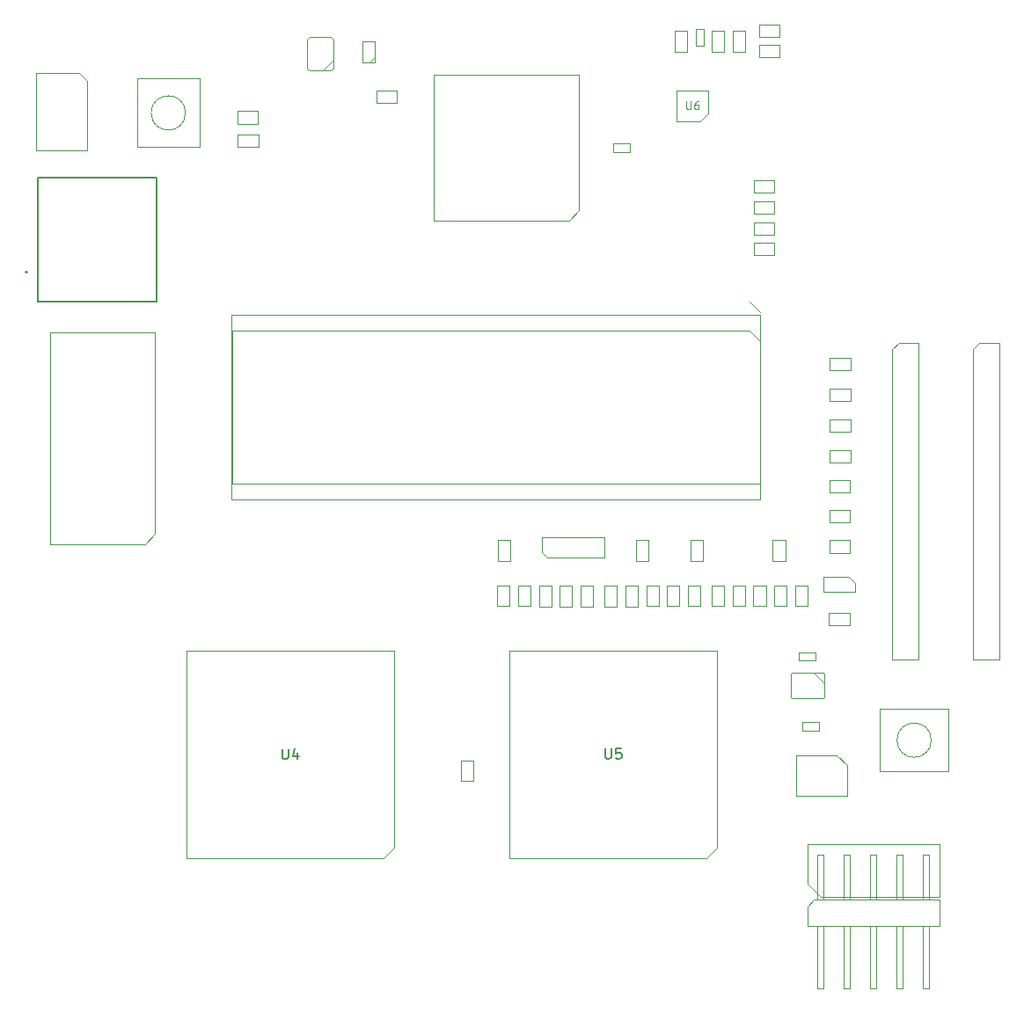
<source format=gbr>
G04 #@! TF.GenerationSoftware,KiCad,Pcbnew,(5.1.2-1)-1*
G04 #@! TF.CreationDate,2020-09-17T21:50:52+01:00*
G04 #@! TF.ProjectId,tranZPUter-SW-700_v1_2,7472616e-5a50-4557-9465-722d53572d37,rev?*
G04 #@! TF.SameCoordinates,Original*
G04 #@! TF.FileFunction,Other,Fab,Top*
%FSLAX46Y46*%
G04 Gerber Fmt 4.6, Leading zero omitted, Abs format (unit mm)*
G04 Created by KiCad (PCBNEW (5.1.2-1)-1) date 2020-09-17 21:50:52*
%MOMM*%
%LPD*%
G04 APERTURE LIST*
%ADD10C,0.100000*%
%ADD11C,0.200000*%
%ADD12C,0.127000*%
%ADD13C,0.120000*%
%ADD14C,0.110000*%
%ADD15C,0.150000*%
G04 APERTURE END LIST*
D10*
X177230000Y-103310000D02*
X179230000Y-103310000D01*
X177230000Y-104510000D02*
X177230000Y-103310000D01*
X179230000Y-104510000D02*
X177230000Y-104510000D01*
X179230000Y-103310000D02*
X179230000Y-104510000D01*
X153310000Y-102700000D02*
X153310000Y-100700000D01*
X154510000Y-102700000D02*
X153310000Y-102700000D01*
X154510000Y-100700000D02*
X154510000Y-102700000D01*
X153310000Y-100700000D02*
X154510000Y-100700000D01*
X163640000Y-102690000D02*
X163640000Y-100690000D01*
X164840000Y-102690000D02*
X163640000Y-102690000D01*
X164840000Y-100690000D02*
X164840000Y-102690000D01*
X163640000Y-100690000D02*
X164840000Y-100690000D01*
X173950000Y-102690000D02*
X173950000Y-100690000D01*
X175150000Y-102690000D02*
X173950000Y-102690000D01*
X175150000Y-100690000D02*
X175150000Y-102690000D01*
X173950000Y-100690000D02*
X175150000Y-100690000D01*
X179310000Y-82940000D02*
X177310000Y-82940000D01*
X179310000Y-81740000D02*
X179310000Y-82940000D01*
X177310000Y-81740000D02*
X179310000Y-81740000D01*
X177310000Y-82940000D02*
X177310000Y-81740000D01*
X179260000Y-97540000D02*
X177260000Y-97540000D01*
X179260000Y-96340000D02*
X179260000Y-97540000D01*
X177260000Y-96340000D02*
X179260000Y-96340000D01*
X177260000Y-97540000D02*
X177260000Y-96340000D01*
X177280000Y-90520000D02*
X179280000Y-90520000D01*
X177280000Y-91720000D02*
X177280000Y-90520000D01*
X179280000Y-91720000D02*
X177280000Y-91720000D01*
X179280000Y-90520000D02*
X179280000Y-91720000D01*
X179260000Y-94630000D02*
X177260000Y-94630000D01*
X179260000Y-93430000D02*
X179260000Y-94630000D01*
X177260000Y-93430000D02*
X179260000Y-93430000D01*
X177260000Y-94630000D02*
X177260000Y-93430000D01*
X158640000Y-98330000D02*
X158640000Y-96330000D01*
X159840000Y-98330000D02*
X158640000Y-98330000D01*
X159840000Y-96330000D02*
X159840000Y-98330000D01*
X158640000Y-96330000D02*
X159840000Y-96330000D01*
X171830000Y-98310000D02*
X171830000Y-96310000D01*
X173030000Y-98310000D02*
X171830000Y-98310000D01*
X173030000Y-96310000D02*
X173030000Y-98310000D01*
X171830000Y-96310000D02*
X173030000Y-96310000D01*
X145390000Y-98310000D02*
X145390000Y-96310000D01*
X146590000Y-98310000D02*
X145390000Y-98310000D01*
X146590000Y-96310000D02*
X146590000Y-98310000D01*
X145390000Y-96310000D02*
X146590000Y-96310000D01*
X163900000Y-98340000D02*
X163900000Y-96340000D01*
X165100000Y-98340000D02*
X163900000Y-98340000D01*
X165100000Y-96340000D02*
X165100000Y-98340000D01*
X163900000Y-96340000D02*
X165100000Y-96340000D01*
X177300000Y-78760000D02*
X179300000Y-78760000D01*
X177300000Y-79960000D02*
X177300000Y-78760000D01*
X179300000Y-79960000D02*
X177300000Y-79960000D01*
X179300000Y-78760000D02*
X179300000Y-79960000D01*
X177300000Y-87690000D02*
X179300000Y-87690000D01*
X177300000Y-88890000D02*
X177300000Y-87690000D01*
X179300000Y-88890000D02*
X177300000Y-88890000D01*
X179300000Y-87690000D02*
X179300000Y-88890000D01*
X177300000Y-84700000D02*
X179300000Y-84700000D01*
X177300000Y-85900000D02*
X177300000Y-84700000D01*
X179300000Y-85900000D02*
X177300000Y-85900000D01*
X179300000Y-84700000D02*
X179300000Y-85900000D01*
X145310000Y-102690000D02*
X145310000Y-100690000D01*
X146510000Y-102690000D02*
X145310000Y-102690000D01*
X146510000Y-100690000D02*
X146510000Y-102690000D01*
X145310000Y-100690000D02*
X146510000Y-100690000D01*
X147310000Y-102690000D02*
X147310000Y-100690000D01*
X148510000Y-102690000D02*
X147310000Y-102690000D01*
X148510000Y-100690000D02*
X148510000Y-102690000D01*
X147310000Y-100690000D02*
X148510000Y-100690000D01*
X149320000Y-102700000D02*
X149320000Y-100700000D01*
X150520000Y-102700000D02*
X149320000Y-102700000D01*
X150520000Y-100700000D02*
X150520000Y-102700000D01*
X149320000Y-100700000D02*
X150520000Y-100700000D01*
X151310000Y-102700000D02*
X151310000Y-100700000D01*
X152510000Y-102700000D02*
X151310000Y-102700000D01*
X152510000Y-100700000D02*
X152510000Y-102700000D01*
X151310000Y-100700000D02*
X152510000Y-100700000D01*
X155640000Y-102700000D02*
X155640000Y-100700000D01*
X156840000Y-102700000D02*
X155640000Y-102700000D01*
X156840000Y-100700000D02*
X156840000Y-102700000D01*
X155640000Y-100700000D02*
X156840000Y-100700000D01*
X157640000Y-102700000D02*
X157640000Y-100700000D01*
X158840000Y-102700000D02*
X157640000Y-102700000D01*
X158840000Y-100700000D02*
X158840000Y-102700000D01*
X157640000Y-100700000D02*
X158840000Y-100700000D01*
X159640000Y-102690000D02*
X159640000Y-100690000D01*
X160840000Y-102690000D02*
X159640000Y-102690000D01*
X160840000Y-100690000D02*
X160840000Y-102690000D01*
X159640000Y-100690000D02*
X160840000Y-100690000D01*
X161640000Y-102690000D02*
X161640000Y-100690000D01*
X162840000Y-102690000D02*
X161640000Y-102690000D01*
X162840000Y-100690000D02*
X162840000Y-102690000D01*
X161640000Y-100690000D02*
X162840000Y-100690000D01*
X165960000Y-102680000D02*
X165960000Y-100680000D01*
X167160000Y-102680000D02*
X165960000Y-102680000D01*
X167160000Y-100680000D02*
X167160000Y-102680000D01*
X165960000Y-100680000D02*
X167160000Y-100680000D01*
X167960000Y-102690000D02*
X167960000Y-100690000D01*
X169160000Y-102690000D02*
X167960000Y-102690000D01*
X169160000Y-100690000D02*
X169160000Y-102690000D01*
X167960000Y-100690000D02*
X169160000Y-100690000D01*
X169960000Y-102690000D02*
X169960000Y-100690000D01*
X171160000Y-102690000D02*
X169960000Y-102690000D01*
X171160000Y-100690000D02*
X171160000Y-102690000D01*
X169960000Y-100690000D02*
X171160000Y-100690000D01*
X171950000Y-102680000D02*
X171950000Y-100680000D01*
X173150000Y-102680000D02*
X171950000Y-102680000D01*
X173150000Y-100680000D02*
X173150000Y-102680000D01*
X171950000Y-100680000D02*
X173150000Y-100680000D01*
X135670000Y-54240000D02*
X133670000Y-54240000D01*
X135670000Y-53040000D02*
X135670000Y-54240000D01*
X133670000Y-53040000D02*
X135670000Y-53040000D01*
X133670000Y-54240000D02*
X133670000Y-53040000D01*
X176700000Y-99860000D02*
X176700000Y-101260000D01*
X179740000Y-101260000D02*
X176700000Y-101260000D01*
X179170000Y-99860000D02*
X179740000Y-100410000D01*
X179740000Y-100410000D02*
X179740000Y-101260000D01*
X179170000Y-99860000D02*
X176720000Y-99860000D01*
X150090000Y-98010000D02*
X149590000Y-97510000D01*
X155590000Y-98010000D02*
X150090000Y-98010000D01*
X155590000Y-96010000D02*
X155590000Y-98010000D01*
X149590000Y-96010000D02*
X155590000Y-96010000D01*
X149590000Y-97510000D02*
X149590000Y-96010000D01*
X191060000Y-77955000D02*
X191695000Y-77320000D01*
X191060000Y-107800000D02*
X191060000Y-77955000D01*
X193600000Y-107800000D02*
X191060000Y-107800000D01*
X193600000Y-77320000D02*
X193600000Y-107800000D01*
X191695000Y-77320000D02*
X193600000Y-77320000D01*
X183310000Y-77965000D02*
X183945000Y-77330000D01*
X183310000Y-107810000D02*
X183310000Y-77965000D01*
X185850000Y-107810000D02*
X183310000Y-107810000D01*
X185850000Y-77330000D02*
X185850000Y-107810000D01*
X183945000Y-77330000D02*
X185850000Y-77330000D01*
X158060000Y-58930000D02*
X156460000Y-58930000D01*
X158060000Y-58130000D02*
X158060000Y-58930000D01*
X156460000Y-58130000D02*
X158060000Y-58130000D01*
X156460000Y-58930000D02*
X156460000Y-58130000D01*
X186900000Y-133480000D02*
X186900000Y-139480000D01*
X186260000Y-133480000D02*
X186260000Y-139480000D01*
X186260000Y-139480000D02*
X186900000Y-139480000D01*
X183720000Y-126580000D02*
X184360000Y-126580000D01*
X184360000Y-126580000D02*
X184360000Y-130940000D01*
X183720000Y-133480000D02*
X183720000Y-139480000D01*
X183720000Y-139480000D02*
X184360000Y-139480000D01*
X184360000Y-133480000D02*
X184360000Y-139480000D01*
X186260000Y-126580000D02*
X186260000Y-130940000D01*
X186260000Y-126580000D02*
X186900000Y-126580000D01*
X186900000Y-126580000D02*
X186900000Y-130940000D01*
X175150000Y-131575000D02*
X175150000Y-133480000D01*
X175150000Y-133480000D02*
X187850000Y-133480000D01*
X187850000Y-133480000D02*
X187850000Y-130940000D01*
X187850000Y-130940000D02*
X175785000Y-130940000D01*
X175785000Y-130940000D02*
X175150000Y-131575000D01*
X176100000Y-126580000D02*
X176100000Y-130940000D01*
X176100000Y-126580000D02*
X176740000Y-126580000D01*
X176740000Y-126580000D02*
X176740000Y-130940000D01*
X176100000Y-133480000D02*
X176100000Y-139480000D01*
X176100000Y-139480000D02*
X176740000Y-139480000D01*
X176740000Y-133480000D02*
X176740000Y-139480000D01*
X178640000Y-126580000D02*
X178640000Y-130940000D01*
X178640000Y-126580000D02*
X179280000Y-126580000D01*
X181180000Y-126580000D02*
X181820000Y-126580000D01*
X181820000Y-126580000D02*
X181820000Y-130940000D01*
X181180000Y-133480000D02*
X181180000Y-139480000D01*
X181180000Y-139480000D02*
X181820000Y-139480000D01*
X181820000Y-133480000D02*
X181820000Y-139480000D01*
X183720000Y-126580000D02*
X183720000Y-130940000D01*
X179280000Y-126580000D02*
X179280000Y-130940000D01*
X178640000Y-133480000D02*
X178640000Y-139480000D01*
X178640000Y-139480000D02*
X179280000Y-139480000D01*
X179280000Y-133480000D02*
X179280000Y-139480000D01*
X181180000Y-126580000D02*
X181180000Y-130940000D01*
X175150000Y-129440000D02*
X175150000Y-125630000D01*
X175150000Y-125630000D02*
X187850000Y-125630000D01*
X187850000Y-125630000D02*
X187850000Y-130710000D01*
X187850000Y-130710000D02*
X176420000Y-130710000D01*
X176420000Y-130710000D02*
X175150000Y-129440000D01*
D11*
X100099000Y-70528000D02*
G75*
G03X100099000Y-70528000I-100000J0D01*
G01*
D12*
X101100000Y-61385000D02*
X112500000Y-61385000D01*
X101100000Y-73335000D02*
X101100000Y-61385000D01*
X112500000Y-73335000D02*
X101100000Y-73335000D01*
X112500000Y-61385000D02*
X112500000Y-73335000D01*
D10*
X153200000Y-64530000D02*
X152200000Y-65530000D01*
X153200000Y-51530000D02*
X153200000Y-64530000D01*
X139200000Y-51530000D02*
X153200000Y-51530000D01*
X139200000Y-65530000D02*
X139200000Y-51530000D01*
X152200000Y-65530000D02*
X139200000Y-65530000D01*
X169970000Y-61650000D02*
X171970000Y-61650000D01*
X169970000Y-62850000D02*
X169970000Y-61650000D01*
X171970000Y-62850000D02*
X169970000Y-62850000D01*
X171970000Y-61650000D02*
X171970000Y-62850000D01*
X169575000Y-73367000D02*
X170575000Y-74367000D01*
D13*
X100905000Y-51305000D02*
X105105000Y-51305000D01*
X105855000Y-52105000D02*
X105855000Y-58805000D01*
X105855000Y-58805000D02*
X100905000Y-58805000D01*
X100905000Y-58805000D02*
X100905000Y-51305000D01*
X105105000Y-51305000D02*
X105855000Y-52105000D01*
D10*
X178005000Y-117010000D02*
X178980000Y-117985000D01*
X174080000Y-117010000D02*
X178005000Y-117010000D01*
X174080000Y-120910000D02*
X174080000Y-117010000D01*
X178980000Y-120910000D02*
X174080000Y-120910000D01*
X178980000Y-117985000D02*
X178980000Y-120910000D01*
X174680000Y-113860000D02*
X176280000Y-113860000D01*
X174680000Y-114660000D02*
X174680000Y-113860000D01*
X176280000Y-114660000D02*
X174680000Y-114660000D01*
X176280000Y-113860000D02*
X176280000Y-114660000D01*
X133000000Y-50310000D02*
X133500000Y-49810000D01*
X132300000Y-48310000D02*
X132300000Y-50310000D01*
X133500000Y-48310000D02*
X132300000Y-48310000D01*
X133500000Y-50310000D02*
X133500000Y-48310000D01*
X132300000Y-50310000D02*
X133500000Y-50310000D01*
X165600000Y-55250000D02*
X164850000Y-56000000D01*
X165600000Y-53000000D02*
X165600000Y-55250000D01*
X162600000Y-53000000D02*
X165600000Y-53000000D01*
X162600000Y-56000000D02*
X162600000Y-53000000D01*
X164850000Y-56000000D02*
X162600000Y-56000000D01*
X128520000Y-51110000D02*
X129520000Y-50110000D01*
X127220000Y-51110000D02*
X127020000Y-50910000D01*
X129320000Y-51110000D02*
X127220000Y-51110000D01*
X129520000Y-50910000D02*
X129320000Y-51110000D01*
X129520000Y-48110000D02*
X129520000Y-50910000D01*
X129320000Y-47910000D02*
X129520000Y-48110000D01*
X127220000Y-47910000D02*
X129320000Y-47910000D01*
X127020000Y-48110000D02*
X127220000Y-47910000D01*
X127020000Y-50910000D02*
X127020000Y-48110000D01*
X110650000Y-58490000D02*
X110650000Y-51890000D01*
X116650000Y-58490000D02*
X110650000Y-58490000D01*
X116650000Y-51890000D02*
X116650000Y-58490000D01*
X110650000Y-51890000D02*
X116650000Y-51890000D01*
X115300000Y-55190000D02*
G75*
G03X115300000Y-55190000I-1650000J0D01*
G01*
X163600000Y-47300000D02*
X163600000Y-49300000D01*
X162400000Y-47300000D02*
X163600000Y-47300000D01*
X162400000Y-49300000D02*
X162400000Y-47300000D01*
X163600000Y-49300000D02*
X162400000Y-49300000D01*
X172480000Y-47850000D02*
X170480000Y-47850000D01*
X172480000Y-46650000D02*
X172480000Y-47850000D01*
X170480000Y-46650000D02*
X172480000Y-46650000D01*
X170480000Y-47850000D02*
X170480000Y-46650000D01*
X120280000Y-55020000D02*
X122280000Y-55020000D01*
X120280000Y-56220000D02*
X120280000Y-55020000D01*
X122280000Y-56220000D02*
X120280000Y-56220000D01*
X122280000Y-55020000D02*
X122280000Y-56220000D01*
X120350000Y-57230000D02*
X122350000Y-57230000D01*
X120350000Y-58430000D02*
X120350000Y-57230000D01*
X122350000Y-58430000D02*
X120350000Y-58430000D01*
X122350000Y-57230000D02*
X122350000Y-58430000D01*
X164390000Y-48730000D02*
X164390000Y-47130000D01*
X165190000Y-48730000D02*
X164390000Y-48730000D01*
X165190000Y-47130000D02*
X165190000Y-48730000D01*
X164390000Y-47130000D02*
X165190000Y-47130000D01*
X170490000Y-48620000D02*
X172490000Y-48620000D01*
X170490000Y-49820000D02*
X170490000Y-48620000D01*
X172490000Y-49820000D02*
X170490000Y-49820000D01*
X172490000Y-48620000D02*
X172490000Y-49820000D01*
X167970000Y-49300000D02*
X167970000Y-47300000D01*
X169170000Y-49300000D02*
X167970000Y-49300000D01*
X169170000Y-47300000D02*
X169170000Y-49300000D01*
X167970000Y-47300000D02*
X169170000Y-47300000D01*
X165960000Y-49300000D02*
X165960000Y-47300000D01*
X167160000Y-49300000D02*
X165960000Y-49300000D01*
X167160000Y-47300000D02*
X167160000Y-49300000D01*
X165960000Y-47300000D02*
X167160000Y-47300000D01*
X188730000Y-118580000D02*
X182130000Y-118580000D01*
X188730000Y-112580000D02*
X188730000Y-118580000D01*
X182130000Y-112580000D02*
X188730000Y-112580000D01*
X182130000Y-118580000D02*
X182130000Y-112580000D01*
X187080000Y-115580000D02*
G75*
G03X187080000Y-115580000I-1650000J0D01*
G01*
X176780000Y-110080000D02*
X175780000Y-109080000D01*
X176780000Y-111480000D02*
X176680000Y-111580000D01*
X176780000Y-109180000D02*
X176780000Y-111480000D01*
X176680000Y-109080000D02*
X176780000Y-109180000D01*
X173680000Y-109080000D02*
X176680000Y-109080000D01*
X173580000Y-109180000D02*
X173680000Y-109080000D01*
X173580000Y-111480000D02*
X173580000Y-109180000D01*
X173680000Y-111580000D02*
X173580000Y-111480000D01*
X176680000Y-111580000D02*
X173680000Y-111580000D01*
X165460000Y-126930000D02*
X146460000Y-126930000D01*
X146460000Y-126930000D02*
X146460000Y-106930000D01*
X146460000Y-106930000D02*
X166460000Y-106930000D01*
X166460000Y-106930000D02*
X166460000Y-125930000D01*
X166460000Y-125930000D02*
X165460000Y-126930000D01*
X135380000Y-125970000D02*
X134380000Y-126970000D01*
X135380000Y-106970000D02*
X135380000Y-125970000D01*
X115380000Y-106970000D02*
X135380000Y-106970000D01*
X115380000Y-126970000D02*
X115380000Y-106970000D01*
X134380000Y-126970000D02*
X115380000Y-126970000D01*
X143020000Y-117520000D02*
X143020000Y-119520000D01*
X141820000Y-117520000D02*
X143020000Y-117520000D01*
X141820000Y-119520000D02*
X141820000Y-117520000D01*
X143020000Y-119520000D02*
X141820000Y-119520000D01*
X174320000Y-107140000D02*
X175920000Y-107140000D01*
X174320000Y-107940000D02*
X174320000Y-107140000D01*
X175920000Y-107940000D02*
X174320000Y-107940000D01*
X175920000Y-107140000D02*
X175920000Y-107940000D01*
X112380000Y-95750000D02*
X111380000Y-96750000D01*
X111380000Y-96750000D02*
X102280000Y-96750000D01*
X102280000Y-96750000D02*
X102280000Y-76350000D01*
X102280000Y-76350000D02*
X112380000Y-76350000D01*
X112380000Y-76350000D02*
X112380000Y-95750000D01*
X170635000Y-92416000D02*
X170635000Y-74636000D01*
X119715000Y-92416000D02*
X170635000Y-92416000D01*
X119715000Y-74636000D02*
X119715000Y-92416000D01*
X170635000Y-74636000D02*
X119715000Y-74636000D01*
X169575000Y-76161000D02*
X170575000Y-77161000D01*
X119775000Y-76161000D02*
X169575000Y-76161000D01*
X119775000Y-90891000D02*
X119775000Y-76161000D01*
X170575000Y-90891000D02*
X119775000Y-90891000D01*
X170575000Y-77161000D02*
X170575000Y-90891000D01*
X169990000Y-67700000D02*
X171990000Y-67700000D01*
X169990000Y-68900000D02*
X169990000Y-67700000D01*
X171990000Y-68900000D02*
X169990000Y-68900000D01*
X171990000Y-67700000D02*
X171990000Y-68900000D01*
X169980000Y-63700000D02*
X171980000Y-63700000D01*
X169980000Y-64900000D02*
X169980000Y-63700000D01*
X171980000Y-64900000D02*
X169980000Y-64900000D01*
X171980000Y-63700000D02*
X171980000Y-64900000D01*
X169990000Y-65710000D02*
X171990000Y-65710000D01*
X169990000Y-66910000D02*
X169990000Y-65710000D01*
X171990000Y-66910000D02*
X169990000Y-66910000D01*
X171990000Y-65710000D02*
X171990000Y-66910000D01*
D14*
X163528571Y-54089285D02*
X163528571Y-54696428D01*
X163564285Y-54767857D01*
X163600000Y-54803571D01*
X163671428Y-54839285D01*
X163814285Y-54839285D01*
X163885714Y-54803571D01*
X163921428Y-54767857D01*
X163957142Y-54696428D01*
X163957142Y-54089285D01*
X164635714Y-54089285D02*
X164492857Y-54089285D01*
X164421428Y-54125000D01*
X164385714Y-54160714D01*
X164314285Y-54267857D01*
X164278571Y-54410714D01*
X164278571Y-54696428D01*
X164314285Y-54767857D01*
X164350000Y-54803571D01*
X164421428Y-54839285D01*
X164564285Y-54839285D01*
X164635714Y-54803571D01*
X164671428Y-54767857D01*
X164707142Y-54696428D01*
X164707142Y-54517857D01*
X164671428Y-54446428D01*
X164635714Y-54410714D01*
X164564285Y-54375000D01*
X164421428Y-54375000D01*
X164350000Y-54410714D01*
X164314285Y-54446428D01*
X164278571Y-54517857D01*
D15*
X155698095Y-116382380D02*
X155698095Y-117191904D01*
X155745714Y-117287142D01*
X155793333Y-117334761D01*
X155888571Y-117382380D01*
X156079047Y-117382380D01*
X156174285Y-117334761D01*
X156221904Y-117287142D01*
X156269523Y-117191904D01*
X156269523Y-116382380D01*
X157221904Y-116382380D02*
X156745714Y-116382380D01*
X156698095Y-116858571D01*
X156745714Y-116810952D01*
X156840952Y-116763333D01*
X157079047Y-116763333D01*
X157174285Y-116810952D01*
X157221904Y-116858571D01*
X157269523Y-116953809D01*
X157269523Y-117191904D01*
X157221904Y-117287142D01*
X157174285Y-117334761D01*
X157079047Y-117382380D01*
X156840952Y-117382380D01*
X156745714Y-117334761D01*
X156698095Y-117287142D01*
X124618095Y-116422380D02*
X124618095Y-117231904D01*
X124665714Y-117327142D01*
X124713333Y-117374761D01*
X124808571Y-117422380D01*
X124999047Y-117422380D01*
X125094285Y-117374761D01*
X125141904Y-117327142D01*
X125189523Y-117231904D01*
X125189523Y-116422380D01*
X126094285Y-116755714D02*
X126094285Y-117422380D01*
X125856190Y-116374761D02*
X125618095Y-117089047D01*
X126237142Y-117089047D01*
M02*

</source>
